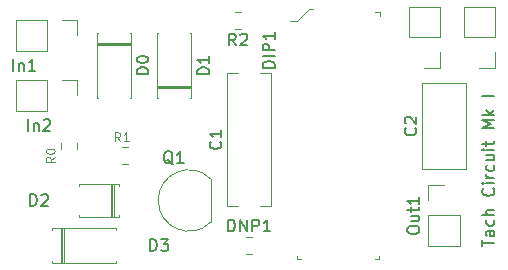
<source format=gbr>
G04 #@! TF.GenerationSoftware,KiCad,Pcbnew,6.0.0-rc1-unknown-7c960aa~66~ubuntu18.04.1*
G04 #@! TF.CreationDate,2018-10-18T20:47:30-04:00*
G04 #@! TF.ProjectId,Tach Circuit,5461636820436972637569742E6B6963,rev?*
G04 #@! TF.SameCoordinates,Original*
G04 #@! TF.FileFunction,Legend,Top*
G04 #@! TF.FilePolarity,Positive*
%FSLAX46Y46*%
G04 Gerber Fmt 4.6, Leading zero omitted, Abs format (unit mm)*
G04 Created by KiCad (PCBNEW 6.0.0-rc1-unknown-7c960aa~66~ubuntu18.04.1) date Thu 18 Oct 2018 08:47:30 PM EDT*
%MOMM*%
%LPD*%
G01*
G04 APERTURE LIST*
%ADD10C,0.150000*%
%ADD11C,0.120000*%
%ADD12C,0.100000*%
G04 APERTURE END LIST*
D10*
X164552380Y85011428D02*
X164552380Y85582857D01*
X165552380Y85297142D02*
X164552380Y85297142D01*
X165552380Y86344761D02*
X165028571Y86344761D01*
X164933333Y86297142D01*
X164885714Y86201904D01*
X164885714Y86011428D01*
X164933333Y85916190D01*
X165504761Y86344761D02*
X165552380Y86249523D01*
X165552380Y86011428D01*
X165504761Y85916190D01*
X165409523Y85868571D01*
X165314285Y85868571D01*
X165219047Y85916190D01*
X165171428Y86011428D01*
X165171428Y86249523D01*
X165123809Y86344761D01*
X165504761Y87249523D02*
X165552380Y87154285D01*
X165552380Y86963809D01*
X165504761Y86868571D01*
X165457142Y86820952D01*
X165361904Y86773333D01*
X165076190Y86773333D01*
X164980952Y86820952D01*
X164933333Y86868571D01*
X164885714Y86963809D01*
X164885714Y87154285D01*
X164933333Y87249523D01*
X165552380Y87678095D02*
X164552380Y87678095D01*
X165552380Y88106666D02*
X165028571Y88106666D01*
X164933333Y88059047D01*
X164885714Y87963809D01*
X164885714Y87820952D01*
X164933333Y87725714D01*
X164980952Y87678095D01*
X165457142Y89916190D02*
X165504761Y89868571D01*
X165552380Y89725714D01*
X165552380Y89630476D01*
X165504761Y89487619D01*
X165409523Y89392380D01*
X165314285Y89344761D01*
X165123809Y89297142D01*
X164980952Y89297142D01*
X164790476Y89344761D01*
X164695238Y89392380D01*
X164600000Y89487619D01*
X164552380Y89630476D01*
X164552380Y89725714D01*
X164600000Y89868571D01*
X164647619Y89916190D01*
X165552380Y90344761D02*
X164885714Y90344761D01*
X164552380Y90344761D02*
X164600000Y90297142D01*
X164647619Y90344761D01*
X164600000Y90392380D01*
X164552380Y90344761D01*
X164647619Y90344761D01*
X165552380Y90820952D02*
X164885714Y90820952D01*
X165076190Y90820952D02*
X164980952Y90868571D01*
X164933333Y90916190D01*
X164885714Y91011428D01*
X164885714Y91106666D01*
X165504761Y91868571D02*
X165552380Y91773333D01*
X165552380Y91582857D01*
X165504761Y91487619D01*
X165457142Y91440000D01*
X165361904Y91392380D01*
X165076190Y91392380D01*
X164980952Y91440000D01*
X164933333Y91487619D01*
X164885714Y91582857D01*
X164885714Y91773333D01*
X164933333Y91868571D01*
X164885714Y92725714D02*
X165552380Y92725714D01*
X164885714Y92297142D02*
X165409523Y92297142D01*
X165504761Y92344761D01*
X165552380Y92440000D01*
X165552380Y92582857D01*
X165504761Y92678095D01*
X165457142Y92725714D01*
X165552380Y93201904D02*
X164885714Y93201904D01*
X164552380Y93201904D02*
X164600000Y93154285D01*
X164647619Y93201904D01*
X164600000Y93249523D01*
X164552380Y93201904D01*
X164647619Y93201904D01*
X164885714Y93535238D02*
X164885714Y93916190D01*
X164552380Y93678095D02*
X165409523Y93678095D01*
X165504761Y93725714D01*
X165552380Y93820952D01*
X165552380Y93916190D01*
X165552380Y95011428D02*
X164552380Y95011428D01*
X165266666Y95344761D01*
X164552380Y95678095D01*
X165552380Y95678095D01*
X165552380Y96154285D02*
X164552380Y96154285D01*
X165171428Y96249523D02*
X165552380Y96535238D01*
X164885714Y96535238D02*
X165266666Y96154285D01*
X165552380Y97725714D02*
X164552380Y97725714D01*
D11*
G04 #@! TO.C,D3*
X128870000Y86560000D02*
X128870000Y83620000D01*
X129110000Y86560000D02*
X129110000Y83620000D01*
X128990000Y86560000D02*
X128990000Y83620000D01*
X133530000Y83620000D02*
X133530000Y83750000D01*
X128090000Y83620000D02*
X133530000Y83620000D01*
X128090000Y83750000D02*
X128090000Y83620000D01*
X133530000Y86560000D02*
X133530000Y86430000D01*
X128090000Y86560000D02*
X133530000Y86560000D01*
X128090000Y86430000D02*
X128090000Y86560000D01*
G04 #@! TO.C,D2*
X133320000Y87480000D02*
X133320000Y90320000D01*
X133080000Y87480000D02*
X133080000Y90320000D01*
X133200000Y87480000D02*
X133200000Y90320000D01*
X130360000Y90320000D02*
X130360000Y90140000D01*
X133800000Y90320000D02*
X130360000Y90320000D01*
X133800000Y90140000D02*
X133800000Y90320000D01*
X130360000Y87480000D02*
X130360000Y87660000D01*
X133800000Y87480000D02*
X130360000Y87480000D01*
X133800000Y87660000D02*
X133800000Y87480000D01*
G04 #@! TO.C,D1*
X136960000Y98390000D02*
X139900000Y98390000D01*
X136960000Y98630000D02*
X139900000Y98630000D01*
X136960000Y98510000D02*
X139900000Y98510000D01*
X139900000Y103050000D02*
X139770000Y103050000D01*
X139900000Y97610000D02*
X139900000Y103050000D01*
X139770000Y97610000D02*
X139900000Y97610000D01*
X136960000Y103050000D02*
X137090000Y103050000D01*
X136960000Y97610000D02*
X136960000Y103050000D01*
X137090000Y97610000D02*
X136960000Y97610000D01*
G04 #@! TO.C,D0*
X134820000Y102270000D02*
X131880000Y102270000D01*
X134820000Y102030000D02*
X131880000Y102030000D01*
X134820000Y102150000D02*
X131880000Y102150000D01*
X131880000Y97610000D02*
X132010000Y97610000D01*
X131880000Y103050000D02*
X131880000Y97610000D01*
X132010000Y103050000D02*
X131880000Y103050000D01*
X134820000Y97610000D02*
X134690000Y97610000D01*
X134820000Y103050000D02*
X134820000Y97610000D01*
X134690000Y103050000D02*
X134820000Y103050000D01*
G04 #@! TO.C,VCC1*
X160966385Y100103263D02*
X159636385Y100103263D01*
X160966385Y101433263D02*
X160966385Y100103263D01*
X160966385Y102703263D02*
X158306385Y102703263D01*
X158306385Y102703263D02*
X158306385Y105303263D01*
X160966385Y102703263D02*
X160966385Y105303263D01*
X160966385Y105303263D02*
X158306385Y105303263D01*
G04 #@! TO.C,GND1*
X165616385Y100103263D02*
X164286385Y100103263D01*
X165616385Y101433263D02*
X165616385Y100103263D01*
X165616385Y102703263D02*
X162956385Y102703263D01*
X162956385Y102703263D02*
X162956385Y105303263D01*
X165616385Y102703263D02*
X165616385Y105303263D01*
X165616385Y105303263D02*
X162956385Y105303263D01*
G04 #@! TO.C,R2*
X144101078Y104850000D02*
X143583922Y104850000D01*
X144101078Y103430000D02*
X143583922Y103430000D01*
G04 #@! TO.C,R1*
X134028922Y92000000D02*
X134546078Y92000000D01*
X134028922Y93420000D02*
X134546078Y93420000D01*
G04 #@! TO.C,R0*
X128830000Y93758578D02*
X128830000Y93241422D01*
X130250000Y93758578D02*
X130250000Y93241422D01*
G04 #@! TO.C,Q1*
X141538478Y90738478D02*
G75*
G03X137100000Y88900000I-1838478J-1838478D01*
G01*
X141538478Y87061522D02*
G75*
G02X137100000Y88900000I-1838478J1838478D01*
G01*
X141550000Y87100000D02*
X141550000Y90700000D01*
G04 #@! TO.C,Out1*
X159960000Y90230000D02*
X161290000Y90230000D01*
X159960000Y88900000D02*
X159960000Y90230000D01*
X159960000Y87630000D02*
X162620000Y87630000D01*
X162620000Y87630000D02*
X162620000Y85030000D01*
X159960000Y87630000D02*
X159960000Y85030000D01*
X159960000Y85030000D02*
X162620000Y85030000D01*
G04 #@! TO.C,In2*
X130245061Y99120000D02*
X130245061Y97790000D01*
X128915061Y99120000D02*
X130245061Y99120000D01*
X127645061Y99120000D02*
X127645061Y96460000D01*
X127645061Y96460000D02*
X125045061Y96460000D01*
X127645061Y99120000D02*
X125045061Y99120000D01*
X125045061Y99120000D02*
X125045061Y96460000D01*
G04 #@! TO.C,In1*
X130245061Y104200000D02*
X130245061Y102870000D01*
X128915061Y104200000D02*
X130245061Y104200000D01*
X127645061Y104200000D02*
X127645061Y101540000D01*
X127645061Y101540000D02*
X125045061Y101540000D01*
X127645061Y104200000D02*
X125045061Y104200000D01*
X125045061Y104200000D02*
X125045061Y101540000D01*
G04 #@! TO.C,DNP1*
X144521422Y84380000D02*
X145038578Y84380000D01*
X144521422Y85800000D02*
X145038578Y85800000D01*
D12*
G04 #@! TO.C,DIP1*
X155870000Y104880000D02*
X155470000Y104880000D01*
X155870000Y104480000D02*
X155870000Y104880000D01*
X149890000Y105070000D02*
X148890000Y104070000D01*
X150190000Y105070000D02*
X149890000Y105070000D01*
X148890000Y104070000D02*
X148520000Y104070000D01*
X148510000Y104070000D02*
X148260000Y104070000D01*
X155790000Y83970000D02*
X155790000Y84170000D01*
X155490000Y83970000D02*
X155790000Y83970000D01*
X148890000Y83970000D02*
X149190000Y83970000D01*
X148890000Y84170000D02*
X148890000Y83970000D01*
D11*
G04 #@! TO.C,C2*
X159420000Y98830000D02*
X163160000Y98830000D01*
X159420000Y91590000D02*
X163160000Y91590000D01*
X163160000Y91590000D02*
X163160000Y98830000D01*
X159420000Y91590000D02*
X159420000Y98830000D01*
G04 #@! TO.C,C1*
X143855000Y88440000D02*
X142910000Y88440000D01*
X146650000Y88440000D02*
X145705000Y88440000D01*
X143855000Y99680000D02*
X142910000Y99680000D01*
X146650000Y99680000D02*
X145705000Y99680000D01*
X142910000Y99680000D02*
X142910000Y88440000D01*
X146650000Y99680000D02*
X146650000Y88440000D01*
G04 #@! TO.C,D3*
D10*
X136421904Y84637619D02*
X136421904Y85637619D01*
X136660000Y85637619D01*
X136802857Y85590000D01*
X136898095Y85494761D01*
X136945714Y85399523D01*
X136993333Y85209047D01*
X136993333Y85066190D01*
X136945714Y84875714D01*
X136898095Y84780476D01*
X136802857Y84685238D01*
X136660000Y84637619D01*
X136421904Y84637619D01*
X137326666Y85637619D02*
X137945714Y85637619D01*
X137612380Y85256666D01*
X137755238Y85256666D01*
X137850476Y85209047D01*
X137898095Y85161428D01*
X137945714Y85066190D01*
X137945714Y84828095D01*
X137898095Y84732857D01*
X137850476Y84685238D01*
X137755238Y84637619D01*
X137469523Y84637619D01*
X137374285Y84685238D01*
X137326666Y84732857D01*
G04 #@! TO.C,D2*
X126261904Y88447619D02*
X126261904Y89447619D01*
X126500000Y89447619D01*
X126642857Y89400000D01*
X126738095Y89304761D01*
X126785714Y89209523D01*
X126833333Y89019047D01*
X126833333Y88876190D01*
X126785714Y88685714D01*
X126738095Y88590476D01*
X126642857Y88495238D01*
X126500000Y88447619D01*
X126261904Y88447619D01*
X127214285Y89352380D02*
X127261904Y89400000D01*
X127357142Y89447619D01*
X127595238Y89447619D01*
X127690476Y89400000D01*
X127738095Y89352380D01*
X127785714Y89257142D01*
X127785714Y89161904D01*
X127738095Y89019047D01*
X127166666Y88447619D01*
X127785714Y88447619D01*
G04 #@! TO.C,D1*
X141422380Y99591904D02*
X140422380Y99591904D01*
X140422380Y99830000D01*
X140470000Y99972857D01*
X140565238Y100068095D01*
X140660476Y100115714D01*
X140850952Y100163333D01*
X140993809Y100163333D01*
X141184285Y100115714D01*
X141279523Y100068095D01*
X141374761Y99972857D01*
X141422380Y99830000D01*
X141422380Y99591904D01*
X141422380Y101115714D02*
X141422380Y100544285D01*
X141422380Y100830000D02*
X140422380Y100830000D01*
X140565238Y100734761D01*
X140660476Y100639523D01*
X140708095Y100544285D01*
G04 #@! TO.C,D0*
X136272380Y99591904D02*
X135272380Y99591904D01*
X135272380Y99830000D01*
X135320000Y99972857D01*
X135415238Y100068095D01*
X135510476Y100115714D01*
X135700952Y100163333D01*
X135843809Y100163333D01*
X136034285Y100115714D01*
X136129523Y100068095D01*
X136224761Y99972857D01*
X136272380Y99830000D01*
X136272380Y99591904D01*
X135272380Y100782380D02*
X135272380Y100877619D01*
X135320000Y100972857D01*
X135367619Y101020476D01*
X135462857Y101068095D01*
X135653333Y101115714D01*
X135891428Y101115714D01*
X136081904Y101068095D01*
X136177142Y101020476D01*
X136224761Y100972857D01*
X136272380Y100877619D01*
X136272380Y100782380D01*
X136224761Y100687142D01*
X136177142Y100639523D01*
X136081904Y100591904D01*
X135891428Y100544285D01*
X135653333Y100544285D01*
X135462857Y100591904D01*
X135367619Y100639523D01*
X135320000Y100687142D01*
X135272380Y100782380D01*
G04 #@! TO.C,R2*
X143675833Y102037619D02*
X143342500Y102513809D01*
X143104404Y102037619D02*
X143104404Y103037619D01*
X143485357Y103037619D01*
X143580595Y102990000D01*
X143628214Y102942380D01*
X143675833Y102847142D01*
X143675833Y102704285D01*
X143628214Y102609047D01*
X143580595Y102561428D01*
X143485357Y102513809D01*
X143104404Y102513809D01*
X144056785Y102942380D02*
X144104404Y102990000D01*
X144199642Y103037619D01*
X144437738Y103037619D01*
X144532976Y102990000D01*
X144580595Y102942380D01*
X144628214Y102847142D01*
X144628214Y102751904D01*
X144580595Y102609047D01*
X144009166Y102037619D01*
X144628214Y102037619D01*
G04 #@! TO.C,R1*
D12*
X133875000Y93910714D02*
X133625000Y94267857D01*
X133446428Y93910714D02*
X133446428Y94660714D01*
X133732142Y94660714D01*
X133803571Y94625000D01*
X133839285Y94589285D01*
X133875000Y94517857D01*
X133875000Y94410714D01*
X133839285Y94339285D01*
X133803571Y94303571D01*
X133732142Y94267857D01*
X133446428Y94267857D01*
X134589285Y93910714D02*
X134160714Y93910714D01*
X134375000Y93910714D02*
X134375000Y94660714D01*
X134303571Y94553571D01*
X134232142Y94482142D01*
X134160714Y94446428D01*
G04 #@! TO.C,R0*
X128339285Y92585000D02*
X127982142Y92335000D01*
X128339285Y92156428D02*
X127589285Y92156428D01*
X127589285Y92442142D01*
X127625000Y92513571D01*
X127660714Y92549285D01*
X127732142Y92585000D01*
X127839285Y92585000D01*
X127910714Y92549285D01*
X127946428Y92513571D01*
X127982142Y92442142D01*
X127982142Y92156428D01*
X127589285Y93049285D02*
X127589285Y93120714D01*
X127625000Y93192142D01*
X127660714Y93227857D01*
X127732142Y93263571D01*
X127875000Y93299285D01*
X128053571Y93299285D01*
X128196428Y93263571D01*
X128267857Y93227857D01*
X128303571Y93192142D01*
X128339285Y93120714D01*
X128339285Y93049285D01*
X128303571Y92977857D01*
X128267857Y92942142D01*
X128196428Y92906428D01*
X128053571Y92870714D01*
X127875000Y92870714D01*
X127732142Y92906428D01*
X127660714Y92942142D01*
X127625000Y92977857D01*
X127589285Y93049285D01*
G04 #@! TO.C,Q1*
D10*
X138334761Y91952380D02*
X138239523Y92000000D01*
X138144285Y92095238D01*
X138001428Y92238095D01*
X137906190Y92285714D01*
X137810952Y92285714D01*
X137858571Y92047619D02*
X137763333Y92095238D01*
X137668095Y92190476D01*
X137620476Y92380952D01*
X137620476Y92714285D01*
X137668095Y92904761D01*
X137763333Y93000000D01*
X137858571Y93047619D01*
X138049047Y93047619D01*
X138144285Y93000000D01*
X138239523Y92904761D01*
X138287142Y92714285D01*
X138287142Y92380952D01*
X138239523Y92190476D01*
X138144285Y92095238D01*
X138049047Y92047619D01*
X137858571Y92047619D01*
X139239523Y92047619D02*
X138668095Y92047619D01*
X138953809Y92047619D02*
X138953809Y93047619D01*
X138858571Y92904761D01*
X138763333Y92809523D01*
X138668095Y92761904D01*
G04 #@! TO.C,Out1*
X158202380Y86320476D02*
X158202380Y86510952D01*
X158250000Y86606190D01*
X158345238Y86701428D01*
X158535714Y86749047D01*
X158869047Y86749047D01*
X159059523Y86701428D01*
X159154761Y86606190D01*
X159202380Y86510952D01*
X159202380Y86320476D01*
X159154761Y86225238D01*
X159059523Y86130000D01*
X158869047Y86082380D01*
X158535714Y86082380D01*
X158345238Y86130000D01*
X158250000Y86225238D01*
X158202380Y86320476D01*
X158535714Y87606190D02*
X159202380Y87606190D01*
X158535714Y87177619D02*
X159059523Y87177619D01*
X159154761Y87225238D01*
X159202380Y87320476D01*
X159202380Y87463333D01*
X159154761Y87558571D01*
X159107142Y87606190D01*
X158535714Y87939523D02*
X158535714Y88320476D01*
X158202380Y88082380D02*
X159059523Y88082380D01*
X159154761Y88130000D01*
X159202380Y88225238D01*
X159202380Y88320476D01*
X159202380Y89177619D02*
X159202380Y88606190D01*
X159202380Y88891904D02*
X158202380Y88891904D01*
X158345238Y88796666D01*
X158440476Y88701428D01*
X158488095Y88606190D01*
G04 #@! TO.C,In2*
X126071428Y94797619D02*
X126071428Y95797619D01*
X126547619Y95464285D02*
X126547619Y94797619D01*
X126547619Y95369047D02*
X126595238Y95416666D01*
X126690476Y95464285D01*
X126833333Y95464285D01*
X126928571Y95416666D01*
X126976190Y95321428D01*
X126976190Y94797619D01*
X127404761Y95702380D02*
X127452380Y95750000D01*
X127547619Y95797619D01*
X127785714Y95797619D01*
X127880952Y95750000D01*
X127928571Y95702380D01*
X127976190Y95607142D01*
X127976190Y95511904D01*
X127928571Y95369047D01*
X127357142Y94797619D01*
X127976190Y94797619D01*
G04 #@! TO.C,In1*
X124801428Y99877619D02*
X124801428Y100877619D01*
X125277619Y100544285D02*
X125277619Y99877619D01*
X125277619Y100449047D02*
X125325238Y100496666D01*
X125420476Y100544285D01*
X125563333Y100544285D01*
X125658571Y100496666D01*
X125706190Y100401428D01*
X125706190Y99877619D01*
X126706190Y99877619D02*
X126134761Y99877619D01*
X126420476Y99877619D02*
X126420476Y100877619D01*
X126325238Y100734761D01*
X126230000Y100639523D01*
X126134761Y100591904D01*
G04 #@! TO.C,DNP1*
X143018095Y86287619D02*
X143018095Y87287619D01*
X143256190Y87287619D01*
X143399047Y87240000D01*
X143494285Y87144761D01*
X143541904Y87049523D01*
X143589523Y86859047D01*
X143589523Y86716190D01*
X143541904Y86525714D01*
X143494285Y86430476D01*
X143399047Y86335238D01*
X143256190Y86287619D01*
X143018095Y86287619D01*
X144018095Y86287619D02*
X144018095Y87287619D01*
X144589523Y86287619D01*
X144589523Y87287619D01*
X145065714Y86287619D02*
X145065714Y87287619D01*
X145446666Y87287619D01*
X145541904Y87240000D01*
X145589523Y87192380D01*
X145637142Y87097142D01*
X145637142Y86954285D01*
X145589523Y86859047D01*
X145541904Y86811428D01*
X145446666Y86763809D01*
X145065714Y86763809D01*
X146589523Y86287619D02*
X146018095Y86287619D01*
X146303809Y86287619D02*
X146303809Y87287619D01*
X146208571Y87144761D01*
X146113333Y87049523D01*
X146018095Y87001904D01*
G04 #@! TO.C,DIP1*
X146952380Y100123809D02*
X145952380Y100123809D01*
X145952380Y100361904D01*
X146000000Y100504761D01*
X146095238Y100600000D01*
X146190476Y100647619D01*
X146380952Y100695238D01*
X146523809Y100695238D01*
X146714285Y100647619D01*
X146809523Y100600000D01*
X146904761Y100504761D01*
X146952380Y100361904D01*
X146952380Y100123809D01*
X146952380Y101123809D02*
X145952380Y101123809D01*
X146952380Y101600000D02*
X145952380Y101600000D01*
X145952380Y101980952D01*
X146000000Y102076190D01*
X146047619Y102123809D01*
X146142857Y102171428D01*
X146285714Y102171428D01*
X146380952Y102123809D01*
X146428571Y102076190D01*
X146476190Y101980952D01*
X146476190Y101600000D01*
X146952380Y103123809D02*
X146952380Y102552380D01*
X146952380Y102838095D02*
X145952380Y102838095D01*
X146095238Y102742857D01*
X146190476Y102647619D01*
X146238095Y102552380D01*
G04 #@! TO.C,C2*
X158857142Y95043333D02*
X158904761Y94995714D01*
X158952380Y94852857D01*
X158952380Y94757619D01*
X158904761Y94614761D01*
X158809523Y94519523D01*
X158714285Y94471904D01*
X158523809Y94424285D01*
X158380952Y94424285D01*
X158190476Y94471904D01*
X158095238Y94519523D01*
X158000000Y94614761D01*
X157952380Y94757619D01*
X157952380Y94852857D01*
X158000000Y94995714D01*
X158047619Y95043333D01*
X158047619Y95424285D02*
X158000000Y95471904D01*
X157952380Y95567142D01*
X157952380Y95805238D01*
X158000000Y95900476D01*
X158047619Y95948095D01*
X158142857Y95995714D01*
X158238095Y95995714D01*
X158380952Y95948095D01*
X158952380Y95376666D01*
X158952380Y95995714D01*
G04 #@! TO.C,C1*
X142357142Y93893333D02*
X142404761Y93845714D01*
X142452380Y93702857D01*
X142452380Y93607619D01*
X142404761Y93464761D01*
X142309523Y93369523D01*
X142214285Y93321904D01*
X142023809Y93274285D01*
X141880952Y93274285D01*
X141690476Y93321904D01*
X141595238Y93369523D01*
X141500000Y93464761D01*
X141452380Y93607619D01*
X141452380Y93702857D01*
X141500000Y93845714D01*
X141547619Y93893333D01*
X142452380Y94845714D02*
X142452380Y94274285D01*
X142452380Y94560000D02*
X141452380Y94560000D01*
X141595238Y94464761D01*
X141690476Y94369523D01*
X141738095Y94274285D01*
G04 #@! TD*
M02*

</source>
